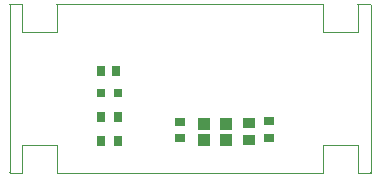
<source format=gtp>
G04*
G04 #@! TF.GenerationSoftware,Altium Limited,Altium Designer,20.0.10 (225)*
G04*
G04 Layer_Color=8421504*
%FSLAX25Y25*%
%MOIN*%
G70*
G01*
G75*
%ADD15C,0.00300*%
%ADD16R,0.03150X0.03543*%
%ADD17R,0.03543X0.02559*%
%ADD18R,0.04134X0.03543*%
%ADD19R,0.02756X0.02756*%
%ADD20R,0.02953X0.03347*%
%ADD21R,0.04331X0.03937*%
%ADD22R,0.03347X0.02953*%
D15*
X120229Y56102D02*
G03*
X120079Y56252I-150J0D01*
G01*
X120229Y56102D02*
G03*
X120079Y56252I-150J0D01*
G01*
X116142D02*
G03*
X115992Y56102I0J-150D01*
G01*
X116142Y56252D02*
G03*
X115992Y56102I0J-150D01*
G01*
X104481D02*
G03*
X104331Y56252I-150J0D01*
G01*
X104481Y56102D02*
G03*
X104331Y56252I-150J0D01*
G01*
X120079Y-150D02*
G03*
X120229Y0I0J150D01*
G01*
X120079Y-150D02*
G03*
X120229Y0I0J150D01*
G01*
X115992D02*
G03*
X116142Y-150I150J0D01*
G01*
X115992Y0D02*
G03*
X116142Y-150I150J0D01*
G01*
X104331D02*
G03*
X104481Y0I0J150D01*
G01*
X104331Y-150D02*
G03*
X104481Y0I0J150D01*
G01*
X15748Y56252D02*
G03*
X15598Y56102I0J-150D01*
G01*
X15748Y56252D02*
G03*
X15598Y56102I0J-150D01*
G01*
X4087D02*
G03*
X3937Y56252I-150J0D01*
G01*
X4087Y56102D02*
G03*
X3937Y56252I-150J0D01*
G01*
X-0D02*
G03*
X-150Y56102I0J-150D01*
G01*
X-0Y56252D02*
G03*
X-150Y56102I0J-150D01*
G01*
X15598Y-0D02*
G03*
X15748Y-150I150J0D01*
G01*
X15598Y-0D02*
G03*
X15748Y-150I150J0D01*
G01*
X3937D02*
G03*
X4087Y-0I0J150D01*
G01*
X3937Y-150D02*
G03*
X4087Y-0I0J150D01*
G01*
X-150D02*
G03*
X0Y-150I150J0D01*
G01*
X-150Y-0D02*
G03*
X0Y-150I150J0D01*
G01*
X116142Y56252D02*
X120079D01*
X104481Y46902D02*
X115992D01*
X104481D02*
Y56102D01*
X115992Y46902D02*
Y56102D01*
X120229D02*
X120229Y0D01*
X116142Y-150D02*
X120079D01*
X115992Y0D02*
Y9200D01*
X104481Y0D02*
Y9200D01*
X115992D01*
X15748Y56252D02*
X104331Y56252D01*
X15598Y46902D02*
Y56102D01*
X4087Y46902D02*
X15598D01*
X4087D02*
Y56102D01*
X-0Y56252D02*
X3937D01*
X4087Y9200D02*
X15598D01*
Y-0D02*
Y9200D01*
X15748Y-150D02*
X104331Y-150D01*
X4087Y-0D02*
Y9200D01*
X-150Y56102D02*
X-150Y-0D01*
X0Y-150D02*
X3937D01*
D16*
X30260Y10500D02*
D03*
X36165D02*
D03*
Y18500D02*
D03*
X30260D02*
D03*
D17*
X86500Y11683D02*
D03*
Y17392D02*
D03*
D18*
X79635Y16500D02*
D03*
Y10791D02*
D03*
D19*
X35969Y26500D02*
D03*
X30457D02*
D03*
D20*
X35476Y34000D02*
D03*
X30358D02*
D03*
D21*
X72173Y16303D02*
D03*
Y10791D02*
D03*
X64613Y16303D02*
D03*
Y10791D02*
D03*
D22*
X56560Y16795D02*
D03*
Y11677D02*
D03*
M02*

</source>
